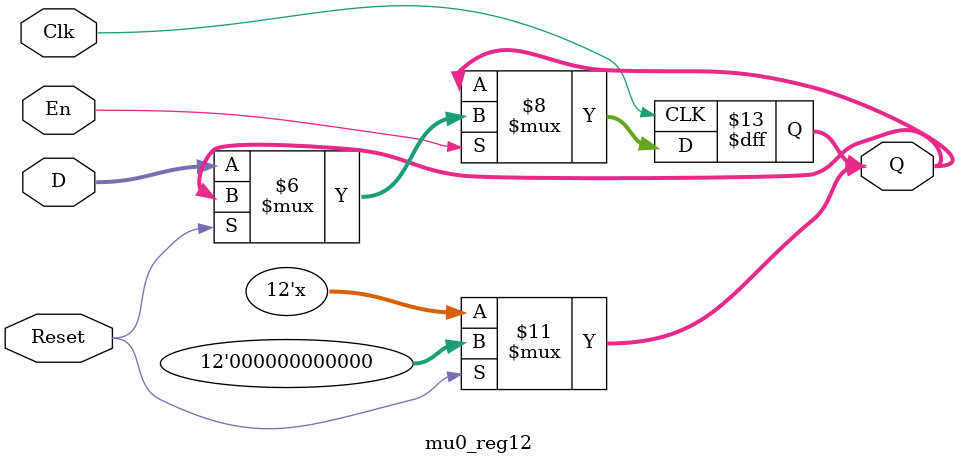
<source format=v>

`timescale 1ns/100ps

// for simulation purposes, do not delete
`default_nettype none

// module header

module mu0_reg12(input  wire        Clk, 
	             input  wire        Reset,     
			     input  wire        En, 
			     input  wire [11:0] D, 
			     output reg  [11:0] Q);

// behavioural code - clock driven
always @ (*)
	begin
		if (Reset == 1) Q = 0;
	end

always @ (posedge Clk)
	begin
		if (En == 1)
			begin
				if (Reset == 0) Q <= D;
			end
	end


endmodule 

// for simulation purposes, do not delete
`default_nettype wire

</source>
